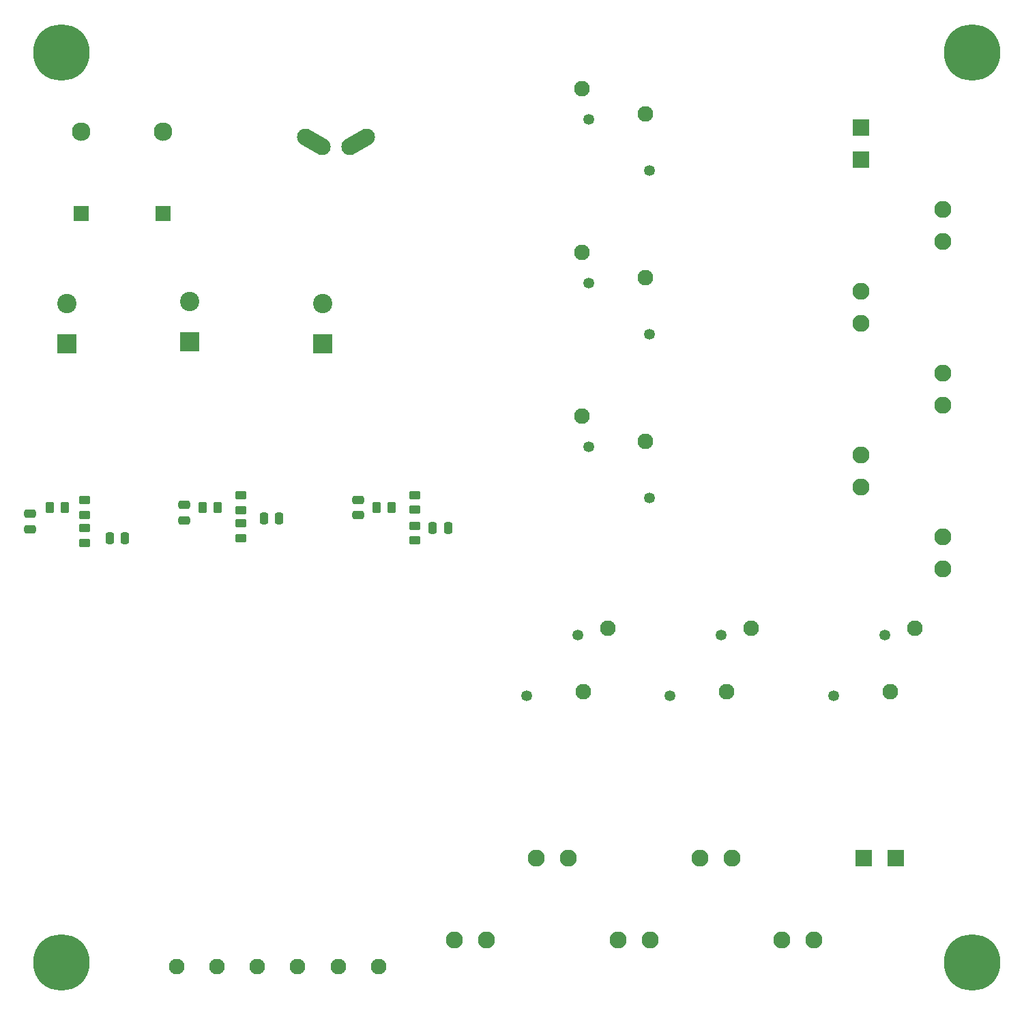
<source format=gbs>
G04 #@! TF.GenerationSoftware,KiCad,Pcbnew,7.0.9*
G04 #@! TF.CreationDate,2023-12-29T07:42:44-06:00*
G04 #@! TF.ProjectId,Power Distribution Board Ver.2,506f7765-7220-4446-9973-747269627574,rev?*
G04 #@! TF.SameCoordinates,Original*
G04 #@! TF.FileFunction,Soldermask,Bot*
G04 #@! TF.FilePolarity,Negative*
%FSLAX46Y46*%
G04 Gerber Fmt 4.6, Leading zero omitted, Abs format (unit mm)*
G04 Created by KiCad (PCBNEW 7.0.9) date 2023-12-29 07:42:44*
%MOMM*%
%LPD*%
G01*
G04 APERTURE LIST*
G04 Aperture macros list*
%AMRoundRect*
0 Rectangle with rounded corners*
0 $1 Rounding radius*
0 $2 $3 $4 $5 $6 $7 $8 $9 X,Y pos of 4 corners*
0 Add a 4 corners polygon primitive as box body*
4,1,4,$2,$3,$4,$5,$6,$7,$8,$9,$2,$3,0*
0 Add four circle primitives for the rounded corners*
1,1,$1+$1,$2,$3*
1,1,$1+$1,$4,$5*
1,1,$1+$1,$6,$7*
1,1,$1+$1,$8,$9*
0 Add four rect primitives between the rounded corners*
20,1,$1+$1,$2,$3,$4,$5,0*
20,1,$1+$1,$4,$5,$6,$7,0*
20,1,$1+$1,$6,$7,$8,$9,0*
20,1,$1+$1,$8,$9,$2,$3,0*%
%AMHorizOval*
0 Thick line with rounded ends*
0 $1 width*
0 $2 $3 position (X,Y) of the first rounded end (center of the circle)*
0 $4 $5 position (X,Y) of the second rounded end (center of the circle)*
0 Add line between two ends*
20,1,$1,$2,$3,$4,$5,0*
0 Add two circle primitives to create the rounded ends*
1,1,$1,$2,$3*
1,1,$1,$4,$5*%
G04 Aperture macros list end*
%ADD10C,0.800000*%
%ADD11C,7.000000*%
%ADD12C,1.950000*%
%ADD13C,1.350000*%
%ADD14HorizOval,2.100000X1.039230X-0.600000X-1.039230X0.600000X0*%
%ADD15HorizOval,2.100000X1.039230X0.600000X-1.039230X-0.600000X0*%
%ADD16RoundRect,0.250000X-0.262500X-0.450000X0.262500X-0.450000X0.262500X0.450000X-0.262500X0.450000X0*%
%ADD17RoundRect,0.250000X-0.250000X-0.475000X0.250000X-0.475000X0.250000X0.475000X-0.250000X0.475000X0*%
%ADD18RoundRect,0.250000X-0.450000X0.262500X-0.450000X-0.262500X0.450000X-0.262500X0.450000X0.262500X0*%
%ADD19RoundRect,0.250000X0.450000X-0.262500X0.450000X0.262500X-0.450000X0.262500X-0.450000X-0.262500X0*%
%ADD20R,2.400000X2.400000*%
%ADD21C,2.400000*%
%ADD22R,2.124000X2.124000*%
%ADD23C,2.124000*%
%ADD24RoundRect,0.250000X-0.475000X0.250000X-0.475000X-0.250000X0.475000X-0.250000X0.475000X0.250000X0*%
%ADD25R,1.950000X1.950000*%
%ADD26C,2.300000*%
G04 APERTURE END LIST*
D10*
X137375000Y-27000000D03*
X138143845Y-25143845D03*
X138143845Y-28856155D03*
X140000000Y-24375000D03*
D11*
X140000000Y-27000000D03*
D10*
X140000000Y-29625000D03*
X141856155Y-25143845D03*
X141856155Y-28856155D03*
X142625000Y-27000000D03*
D12*
X94863845Y-98500000D03*
D13*
X91113845Y-99350000D03*
X84763845Y-106850000D03*
D12*
X91763845Y-106350000D03*
D14*
X58350000Y-38123000D03*
D15*
X63850000Y-38123000D03*
D12*
X91603845Y-31560000D03*
D13*
X92453845Y-35310000D03*
X99953845Y-41660000D03*
D12*
X99453845Y-34660000D03*
D10*
X24375000Y-27000000D03*
X25143845Y-25143845D03*
X25143845Y-28856155D03*
X27000000Y-24375000D03*
D11*
X27000000Y-27000000D03*
D10*
X27000000Y-29625000D03*
X28856155Y-25143845D03*
X28856155Y-28856155D03*
X29625000Y-27000000D03*
D12*
X91603845Y-72200000D03*
D13*
X92453845Y-75950000D03*
X99953845Y-82300000D03*
D12*
X99453845Y-75300000D03*
X91603845Y-51880000D03*
D13*
X92453845Y-55630000D03*
X99953845Y-61980000D03*
D12*
X99453845Y-54980000D03*
D10*
X24375000Y-140000000D03*
X25143845Y-138143845D03*
X25143845Y-141856155D03*
X27000000Y-137375000D03*
D11*
X27000000Y-140000000D03*
D10*
X27000000Y-142625000D03*
X28856155Y-138143845D03*
X28856155Y-141856155D03*
X29625000Y-140000000D03*
D12*
X132963845Y-98500000D03*
D13*
X129213845Y-99350000D03*
X122863845Y-106850000D03*
D12*
X129863845Y-106350000D03*
X112643845Y-98500000D03*
D13*
X108893845Y-99350000D03*
X102543845Y-106850000D03*
D12*
X109543845Y-106350000D03*
D10*
X137375000Y-140000000D03*
X138143845Y-138143845D03*
X138143845Y-141856155D03*
X140000000Y-137375000D03*
D11*
X140000000Y-140000000D03*
D10*
X140000000Y-142625000D03*
X141856155Y-138143845D03*
X141856155Y-141856155D03*
X142625000Y-140000000D03*
D16*
X44551345Y-83500000D03*
X46376345Y-83500000D03*
D17*
X52133845Y-84897000D03*
X54033845Y-84897000D03*
D18*
X49273845Y-85497500D03*
X49273845Y-87322500D03*
D16*
X25601345Y-83550000D03*
X27426345Y-83550000D03*
D19*
X29863845Y-84422500D03*
X29863845Y-82597500D03*
D18*
X29863845Y-86050000D03*
X29863845Y-87875000D03*
X70863845Y-85762500D03*
X70863845Y-87587500D03*
D20*
X59433845Y-63180000D03*
D21*
X59433845Y-58180000D03*
D22*
X126238000Y-36322000D03*
X126238000Y-40342000D03*
D23*
X136398000Y-46482000D03*
X136398000Y-50502000D03*
X126238000Y-56642000D03*
X126238000Y-60662000D03*
X136398000Y-66802000D03*
X136398000Y-70822000D03*
X126238000Y-76962000D03*
X126238000Y-80982000D03*
X136398000Y-87122000D03*
X136398000Y-91142000D03*
D19*
X49273845Y-83812500D03*
X49273845Y-81987500D03*
D24*
X23143845Y-84300000D03*
X23143845Y-86200000D03*
D17*
X73088845Y-86040000D03*
X74988845Y-86040000D03*
D24*
X63878845Y-82550000D03*
X63878845Y-84450000D03*
X42288845Y-83185000D03*
X42288845Y-85085000D03*
D20*
X42923845Y-62963959D03*
D21*
X42923845Y-57963959D03*
D20*
X27683845Y-63180000D03*
D21*
X27683845Y-58180000D03*
D25*
X29490000Y-47000000D03*
X39650000Y-47000000D03*
D26*
X29490000Y-36840000D03*
X39650000Y-36840000D03*
D17*
X33003845Y-87320000D03*
X34903845Y-87320000D03*
D22*
X130573845Y-127000000D03*
X126553845Y-127000000D03*
D23*
X120413845Y-137160000D03*
X116393845Y-137160000D03*
X110253845Y-127000000D03*
X106233845Y-127000000D03*
X100093845Y-137160000D03*
X96073845Y-137160000D03*
X89933845Y-127000000D03*
X85913845Y-127000000D03*
X79773845Y-137160000D03*
X75753845Y-137160000D03*
D16*
X66141345Y-83500000D03*
X67966345Y-83500000D03*
D12*
X41348000Y-140462000D03*
X46348000Y-140462000D03*
X51348000Y-140462000D03*
X56348000Y-140462000D03*
X61348000Y-140462000D03*
X66348000Y-140462000D03*
D19*
X70863845Y-83777500D03*
X70863845Y-81952500D03*
M02*

</source>
